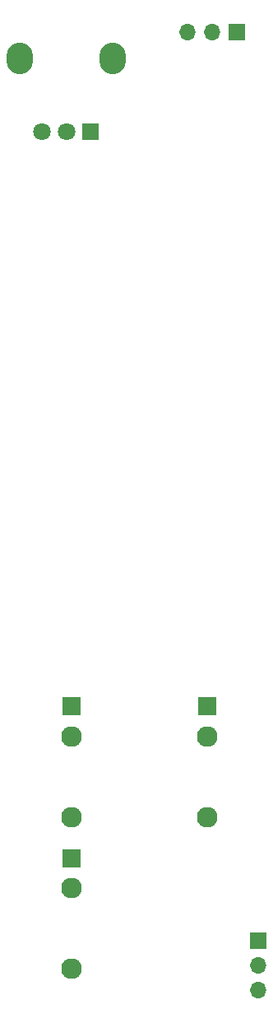
<source format=gbr>
%TF.GenerationSoftware,KiCad,Pcbnew,(7.0.0)*%
%TF.CreationDate,2023-03-26T07:08:49-07:00*%
%TF.ProjectId,electricdruid_vca,656c6563-7472-4696-9364-727569645f76,rev?*%
%TF.SameCoordinates,Original*%
%TF.FileFunction,Soldermask,Bot*%
%TF.FilePolarity,Negative*%
%FSLAX46Y46*%
G04 Gerber Fmt 4.6, Leading zero omitted, Abs format (unit mm)*
G04 Created by KiCad (PCBNEW (7.0.0)) date 2023-03-26 07:08:49*
%MOMM*%
%LPD*%
G01*
G04 APERTURE LIST*
%ADD10R,1.700000X1.700000*%
%ADD11O,1.700000X1.700000*%
%ADD12R,1.930000X1.830000*%
%ADD13C,2.130000*%
%ADD14O,2.720000X3.240000*%
%ADD15R,1.800000X1.800000*%
%ADD16C,1.800000*%
G04 APERTURE END LIST*
D10*
%TO.C,J2*%
X45579999Y-37249999D03*
D11*
X43039999Y-37249999D03*
X40499999Y-37249999D03*
%TD*%
D10*
%TO.C,J3*%
X47749999Y-130749999D03*
D11*
X47749999Y-133289999D03*
X47749999Y-135829999D03*
%TD*%
D12*
%TO.C,JOUT1*%
X28499999Y-122219999D03*
D13*
X28500000Y-133620000D03*
X28500000Y-125320000D03*
%TD*%
D12*
%TO.C,JSIG1*%
X42499999Y-106599999D03*
D13*
X42500000Y-118000000D03*
X42500000Y-109700000D03*
%TD*%
D12*
%TO.C,JENV1*%
X28499999Y-106599999D03*
D13*
X28500000Y-118000000D03*
X28500000Y-109700000D03*
%TD*%
D14*
%TO.C,RVBIAS1*%
X23199999Y-39974999D03*
X32799999Y-39974999D03*
D15*
X30499999Y-47474999D03*
D16*
X28000000Y-47475000D03*
X25500000Y-47475000D03*
%TD*%
M02*

</source>
